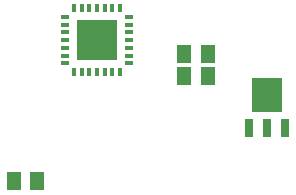
<source format=gtp>
G75*
G70*
%OFA0B0*%
%FSLAX24Y24*%
%IPPOS*%
%LPD*%
%AMOC8*
5,1,8,0,0,1.08239X$1,22.5*
%
%ADD10R,0.0128X0.0269*%
%ADD11R,0.0269X0.0128*%
%ADD12R,0.0128X0.0269*%
%ADD13R,0.1367X0.1367*%
%ADD14R,0.0472X0.0591*%
%ADD15R,0.0512X0.0630*%
%ADD16R,0.0315X0.0591*%
%ADD17R,0.0984X0.1181*%
D10*
X029511Y007811D03*
X029767Y007811D03*
X030023Y007811D03*
X030279Y007811D03*
X030535Y007811D03*
X030791Y007811D03*
X031047Y007811D03*
D11*
X031342Y007515D03*
X031342Y007260D03*
X031342Y007004D03*
X031342Y006748D03*
X031342Y006492D03*
X031342Y006236D03*
X031342Y005980D03*
X029216Y005980D03*
X029216Y006236D03*
X029216Y006492D03*
X029216Y006748D03*
X029216Y007004D03*
X029216Y007260D03*
X029216Y007515D03*
D12*
X029511Y005684D03*
X029767Y005684D03*
X030023Y005684D03*
X030279Y005684D03*
X030535Y005684D03*
X030791Y005684D03*
X031047Y005684D03*
D13*
X030279Y006748D03*
D14*
X027517Y002038D03*
X028267Y002038D03*
D15*
X033186Y005546D03*
X033974Y005546D03*
X033974Y006289D03*
X033186Y006289D03*
D16*
X035354Y003805D03*
X035944Y003805D03*
X036535Y003805D03*
D17*
X035944Y004907D03*
M02*

</source>
